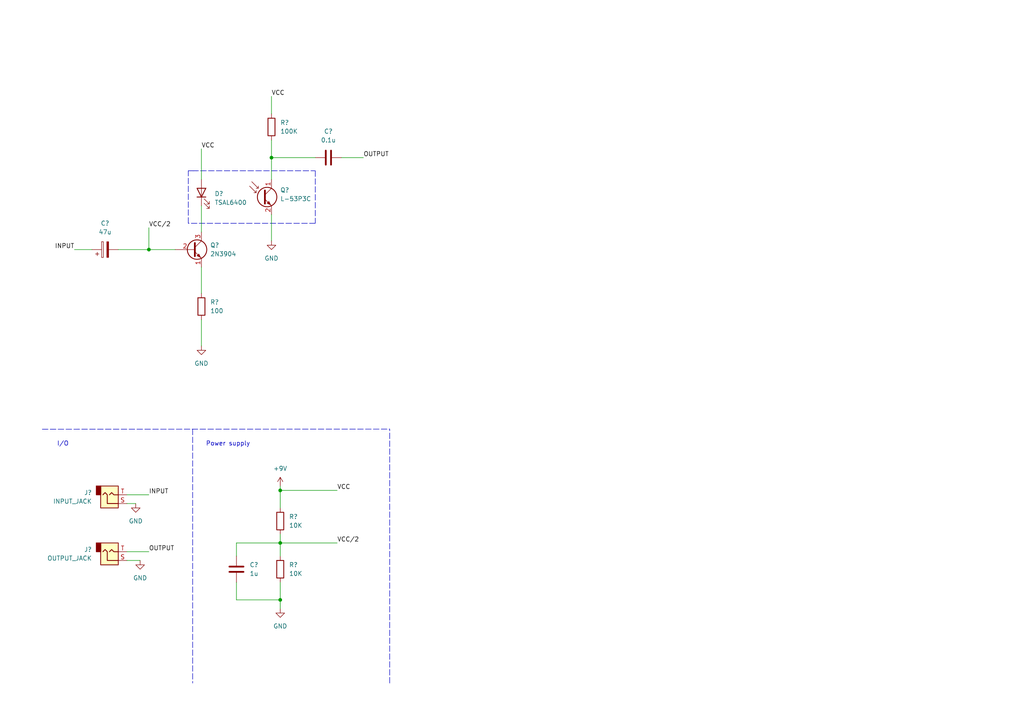
<source format=kicad_sch>
(kicad_sch (version 20211123) (generator eeschema)

  (uuid 1b7a2244-80f9-429a-8369-f96a600ac6b2)

  (paper "A4")

  (title_block
    (title "Optical transmission")
    (date "2022-10-26")
  )

  (lib_symbols
    (symbol "Connector:AudioJack2" (in_bom yes) (on_board yes)
      (property "Reference" "J" (id 0) (at 0 8.89 0)
        (effects (font (size 1.27 1.27)))
      )
      (property "Value" "AudioJack2" (id 1) (at 0 6.35 0)
        (effects (font (size 1.27 1.27)))
      )
      (property "Footprint" "" (id 2) (at 0 0 0)
        (effects (font (size 1.27 1.27)) hide)
      )
      (property "Datasheet" "~" (id 3) (at 0 0 0)
        (effects (font (size 1.27 1.27)) hide)
      )
      (property "ki_keywords" "audio jack receptacle mono phone headphone TS connector" (id 4) (at 0 0 0)
        (effects (font (size 1.27 1.27)) hide)
      )
      (property "ki_description" "Audio Jack, 2 Poles (Mono / TS)" (id 5) (at 0 0 0)
        (effects (font (size 1.27 1.27)) hide)
      )
      (property "ki_fp_filters" "Jack*" (id 6) (at 0 0 0)
        (effects (font (size 1.27 1.27)) hide)
      )
      (symbol "AudioJack2_0_1"
        (rectangle (start -3.81 0) (end -2.54 -2.54)
          (stroke (width 0.254) (type default) (color 0 0 0 0))
          (fill (type outline))
        )
        (rectangle (start -2.54 3.81) (end 2.54 -2.54)
          (stroke (width 0.254) (type default) (color 0 0 0 0))
          (fill (type background))
        )
        (polyline
          (pts
            (xy 0 0)
            (xy 0.635 -0.635)
            (xy 1.27 0)
            (xy 2.54 0)
          )
          (stroke (width 0.254) (type default) (color 0 0 0 0))
          (fill (type none))
        )
        (polyline
          (pts
            (xy 2.54 2.54)
            (xy -0.635 2.54)
            (xy -0.635 0)
            (xy -1.27 -0.635)
            (xy -1.905 0)
          )
          (stroke (width 0.254) (type default) (color 0 0 0 0))
          (fill (type none))
        )
      )
      (symbol "AudioJack2_1_1"
        (pin passive line (at 5.08 2.54 180) (length 2.54)
          (name "~" (effects (font (size 1.27 1.27))))
          (number "S" (effects (font (size 1.27 1.27))))
        )
        (pin passive line (at 5.08 0 180) (length 2.54)
          (name "~" (effects (font (size 1.27 1.27))))
          (number "T" (effects (font (size 1.27 1.27))))
        )
      )
    )
    (symbol "Device:C" (pin_numbers hide) (pin_names (offset 0.254)) (in_bom yes) (on_board yes)
      (property "Reference" "C" (id 0) (at 0.635 2.54 0)
        (effects (font (size 1.27 1.27)) (justify left))
      )
      (property "Value" "C" (id 1) (at 0.635 -2.54 0)
        (effects (font (size 1.27 1.27)) (justify left))
      )
      (property "Footprint" "" (id 2) (at 0.9652 -3.81 0)
        (effects (font (size 1.27 1.27)) hide)
      )
      (property "Datasheet" "~" (id 3) (at 0 0 0)
        (effects (font (size 1.27 1.27)) hide)
      )
      (property "ki_keywords" "cap capacitor" (id 4) (at 0 0 0)
        (effects (font (size 1.27 1.27)) hide)
      )
      (property "ki_description" "Unpolarized capacitor" (id 5) (at 0 0 0)
        (effects (font (size 1.27 1.27)) hide)
      )
      (property "ki_fp_filters" "C_*" (id 6) (at 0 0 0)
        (effects (font (size 1.27 1.27)) hide)
      )
      (symbol "C_0_1"
        (polyline
          (pts
            (xy -2.032 -0.762)
            (xy 2.032 -0.762)
          )
          (stroke (width 0.508) (type default) (color 0 0 0 0))
          (fill (type none))
        )
        (polyline
          (pts
            (xy -2.032 0.762)
            (xy 2.032 0.762)
          )
          (stroke (width 0.508) (type default) (color 0 0 0 0))
          (fill (type none))
        )
      )
      (symbol "C_1_1"
        (pin passive line (at 0 3.81 270) (length 2.794)
          (name "~" (effects (font (size 1.27 1.27))))
          (number "1" (effects (font (size 1.27 1.27))))
        )
        (pin passive line (at 0 -3.81 90) (length 2.794)
          (name "~" (effects (font (size 1.27 1.27))))
          (number "2" (effects (font (size 1.27 1.27))))
        )
      )
    )
    (symbol "Device:C_Polarized" (pin_numbers hide) (pin_names (offset 0.254)) (in_bom yes) (on_board yes)
      (property "Reference" "C" (id 0) (at 0.635 2.54 0)
        (effects (font (size 1.27 1.27)) (justify left))
      )
      (property "Value" "C_Polarized" (id 1) (at 0.635 -2.54 0)
        (effects (font (size 1.27 1.27)) (justify left))
      )
      (property "Footprint" "" (id 2) (at 0.9652 -3.81 0)
        (effects (font (size 1.27 1.27)) hide)
      )
      (property "Datasheet" "~" (id 3) (at 0 0 0)
        (effects (font (size 1.27 1.27)) hide)
      )
      (property "ki_keywords" "cap capacitor" (id 4) (at 0 0 0)
        (effects (font (size 1.27 1.27)) hide)
      )
      (property "ki_description" "Polarized capacitor" (id 5) (at 0 0 0)
        (effects (font (size 1.27 1.27)) hide)
      )
      (property "ki_fp_filters" "CP_*" (id 6) (at 0 0 0)
        (effects (font (size 1.27 1.27)) hide)
      )
      (symbol "C_Polarized_0_1"
        (rectangle (start -2.286 0.508) (end 2.286 1.016)
          (stroke (width 0) (type default) (color 0 0 0 0))
          (fill (type none))
        )
        (polyline
          (pts
            (xy -1.778 2.286)
            (xy -0.762 2.286)
          )
          (stroke (width 0) (type default) (color 0 0 0 0))
          (fill (type none))
        )
        (polyline
          (pts
            (xy -1.27 2.794)
            (xy -1.27 1.778)
          )
          (stroke (width 0) (type default) (color 0 0 0 0))
          (fill (type none))
        )
        (rectangle (start 2.286 -0.508) (end -2.286 -1.016)
          (stroke (width 0) (type default) (color 0 0 0 0))
          (fill (type outline))
        )
      )
      (symbol "C_Polarized_1_1"
        (pin passive line (at 0 3.81 270) (length 2.794)
          (name "~" (effects (font (size 1.27 1.27))))
          (number "1" (effects (font (size 1.27 1.27))))
        )
        (pin passive line (at 0 -3.81 90) (length 2.794)
          (name "~" (effects (font (size 1.27 1.27))))
          (number "2" (effects (font (size 1.27 1.27))))
        )
      )
    )
    (symbol "Device:LED" (pin_numbers hide) (pin_names (offset 1.016) hide) (in_bom yes) (on_board yes)
      (property "Reference" "D" (id 0) (at 0 2.54 0)
        (effects (font (size 1.27 1.27)))
      )
      (property "Value" "LED" (id 1) (at 0 -2.54 0)
        (effects (font (size 1.27 1.27)))
      )
      (property "Footprint" "" (id 2) (at 0 0 0)
        (effects (font (size 1.27 1.27)) hide)
      )
      (property "Datasheet" "~" (id 3) (at 0 0 0)
        (effects (font (size 1.27 1.27)) hide)
      )
      (property "ki_keywords" "LED diode" (id 4) (at 0 0 0)
        (effects (font (size 1.27 1.27)) hide)
      )
      (property "ki_description" "Light emitting diode" (id 5) (at 0 0 0)
        (effects (font (size 1.27 1.27)) hide)
      )
      (property "ki_fp_filters" "LED* LED_SMD:* LED_THT:*" (id 6) (at 0 0 0)
        (effects (font (size 1.27 1.27)) hide)
      )
      (symbol "LED_0_1"
        (polyline
          (pts
            (xy -1.27 -1.27)
            (xy -1.27 1.27)
          )
          (stroke (width 0.254) (type default) (color 0 0 0 0))
          (fill (type none))
        )
        (polyline
          (pts
            (xy -1.27 0)
            (xy 1.27 0)
          )
          (stroke (width 0) (type default) (color 0 0 0 0))
          (fill (type none))
        )
        (polyline
          (pts
            (xy 1.27 -1.27)
            (xy 1.27 1.27)
            (xy -1.27 0)
            (xy 1.27 -1.27)
          )
          (stroke (width 0.254) (type default) (color 0 0 0 0))
          (fill (type none))
        )
        (polyline
          (pts
            (xy -3.048 -0.762)
            (xy -4.572 -2.286)
            (xy -3.81 -2.286)
            (xy -4.572 -2.286)
            (xy -4.572 -1.524)
          )
          (stroke (width 0) (type default) (color 0 0 0 0))
          (fill (type none))
        )
        (polyline
          (pts
            (xy -1.778 -0.762)
            (xy -3.302 -2.286)
            (xy -2.54 -2.286)
            (xy -3.302 -2.286)
            (xy -3.302 -1.524)
          )
          (stroke (width 0) (type default) (color 0 0 0 0))
          (fill (type none))
        )
      )
      (symbol "LED_1_1"
        (pin passive line (at -3.81 0 0) (length 2.54)
          (name "K" (effects (font (size 1.27 1.27))))
          (number "1" (effects (font (size 1.27 1.27))))
        )
        (pin passive line (at 3.81 0 180) (length 2.54)
          (name "A" (effects (font (size 1.27 1.27))))
          (number "2" (effects (font (size 1.27 1.27))))
        )
      )
    )
    (symbol "Device:Q_Photo_NPN" (pin_names (offset 0) hide) (in_bom yes) (on_board yes)
      (property "Reference" "Q" (id 0) (at 5.08 1.27 0)
        (effects (font (size 1.27 1.27)) (justify left))
      )
      (property "Value" "Q_Photo_NPN" (id 1) (at 5.08 -1.27 0)
        (effects (font (size 1.27 1.27)) (justify left))
      )
      (property "Footprint" "" (id 2) (at 5.08 2.54 0)
        (effects (font (size 1.27 1.27)) hide)
      )
      (property "Datasheet" "~" (id 3) (at 0 0 0)
        (effects (font (size 1.27 1.27)) hide)
      )
      (property "ki_keywords" "phototransistor NPN" (id 4) (at 0 0 0)
        (effects (font (size 1.27 1.27)) hide)
      )
      (property "ki_description" "NPN phototransistor, collector/emitter" (id 5) (at 0 0 0)
        (effects (font (size 1.27 1.27)) hide)
      )
      (symbol "Q_Photo_NPN_0_1"
        (polyline
          (pts
            (xy -1.905 1.27)
            (xy -2.54 1.27)
          )
          (stroke (width 0) (type default) (color 0 0 0 0))
          (fill (type none))
        )
        (polyline
          (pts
            (xy -1.27 2.54)
            (xy -1.905 2.54)
          )
          (stroke (width 0) (type default) (color 0 0 0 0))
          (fill (type none))
        )
        (polyline
          (pts
            (xy 0.635 0.635)
            (xy 2.54 2.54)
          )
          (stroke (width 0) (type default) (color 0 0 0 0))
          (fill (type none))
        )
        (polyline
          (pts
            (xy -3.81 3.175)
            (xy -1.905 1.27)
            (xy -1.905 1.905)
          )
          (stroke (width 0) (type default) (color 0 0 0 0))
          (fill (type none))
        )
        (polyline
          (pts
            (xy -3.175 4.445)
            (xy -1.27 2.54)
            (xy -1.27 3.175)
          )
          (stroke (width 0) (type default) (color 0 0 0 0))
          (fill (type none))
        )
        (polyline
          (pts
            (xy 0.635 -0.635)
            (xy 2.54 -2.54)
            (xy 2.54 -2.54)
          )
          (stroke (width 0) (type default) (color 0 0 0 0))
          (fill (type none))
        )
        (polyline
          (pts
            (xy 0.635 1.905)
            (xy 0.635 -1.905)
            (xy 0.635 -1.905)
          )
          (stroke (width 0.508) (type default) (color 0 0 0 0))
          (fill (type none))
        )
        (polyline
          (pts
            (xy 1.27 -1.778)
            (xy 1.778 -1.27)
            (xy 2.286 -2.286)
            (xy 1.27 -1.778)
            (xy 1.27 -1.778)
          )
          (stroke (width 0) (type default) (color 0 0 0 0))
          (fill (type outline))
        )
        (circle (center 1.27 0) (radius 2.8194)
          (stroke (width 0.254) (type default) (color 0 0 0 0))
          (fill (type none))
        )
      )
      (symbol "Q_Photo_NPN_1_1"
        (pin passive line (at 2.54 5.08 270) (length 2.54)
          (name "C" (effects (font (size 1.27 1.27))))
          (number "1" (effects (font (size 1.27 1.27))))
        )
        (pin passive line (at 2.54 -5.08 90) (length 2.54)
          (name "E" (effects (font (size 1.27 1.27))))
          (number "2" (effects (font (size 1.27 1.27))))
        )
      )
    )
    (symbol "Device:R" (pin_numbers hide) (pin_names (offset 0)) (in_bom yes) (on_board yes)
      (property "Reference" "R" (id 0) (at 2.032 0 90)
        (effects (font (size 1.27 1.27)))
      )
      (property "Value" "R" (id 1) (at 0 0 90)
        (effects (font (size 1.27 1.27)))
      )
      (property "Footprint" "" (id 2) (at -1.778 0 90)
        (effects (font (size 1.27 1.27)) hide)
      )
      (property "Datasheet" "~" (id 3) (at 0 0 0)
        (effects (font (size 1.27 1.27)) hide)
      )
      (property "ki_keywords" "R res resistor" (id 4) (at 0 0 0)
        (effects (font (size 1.27 1.27)) hide)
      )
      (property "ki_description" "Resistor" (id 5) (at 0 0 0)
        (effects (font (size 1.27 1.27)) hide)
      )
      (property "ki_fp_filters" "R_*" (id 6) (at 0 0 0)
        (effects (font (size 1.27 1.27)) hide)
      )
      (symbol "R_0_1"
        (rectangle (start -1.016 -2.54) (end 1.016 2.54)
          (stroke (width 0.254) (type default) (color 0 0 0 0))
          (fill (type none))
        )
      )
      (symbol "R_1_1"
        (pin passive line (at 0 3.81 270) (length 1.27)
          (name "~" (effects (font (size 1.27 1.27))))
          (number "1" (effects (font (size 1.27 1.27))))
        )
        (pin passive line (at 0 -3.81 90) (length 1.27)
          (name "~" (effects (font (size 1.27 1.27))))
          (number "2" (effects (font (size 1.27 1.27))))
        )
      )
    )
    (symbol "Transistor_BJT:2N3904" (pin_names (offset 0) hide) (in_bom yes) (on_board yes)
      (property "Reference" "Q" (id 0) (at 5.08 1.905 0)
        (effects (font (size 1.27 1.27)) (justify left))
      )
      (property "Value" "2N3904" (id 1) (at 5.08 0 0)
        (effects (font (size 1.27 1.27)) (justify left))
      )
      (property "Footprint" "Package_TO_SOT_THT:TO-92_Inline" (id 2) (at 5.08 -1.905 0)
        (effects (font (size 1.27 1.27) italic) (justify left) hide)
      )
      (property "Datasheet" "https://www.onsemi.com/pub/Collateral/2N3903-D.PDF" (id 3) (at 0 0 0)
        (effects (font (size 1.27 1.27)) (justify left) hide)
      )
      (property "ki_keywords" "NPN Transistor" (id 4) (at 0 0 0)
        (effects (font (size 1.27 1.27)) hide)
      )
      (property "ki_description" "0.2A Ic, 40V Vce, Small Signal NPN Transistor, TO-92" (id 5) (at 0 0 0)
        (effects (font (size 1.27 1.27)) hide)
      )
      (property "ki_fp_filters" "TO?92*" (id 6) (at 0 0 0)
        (effects (font (size 1.27 1.27)) hide)
      )
      (symbol "2N3904_0_1"
        (polyline
          (pts
            (xy 0.635 0.635)
            (xy 2.54 2.54)
          )
          (stroke (width 0) (type default) (color 0 0 0 0))
          (fill (type none))
        )
        (polyline
          (pts
            (xy 0.635 -0.635)
            (xy 2.54 -2.54)
            (xy 2.54 -2.54)
          )
          (stroke (width 0) (type default) (color 0 0 0 0))
          (fill (type none))
        )
        (polyline
          (pts
            (xy 0.635 1.905)
            (xy 0.635 -1.905)
            (xy 0.635 -1.905)
          )
          (stroke (width 0.508) (type default) (color 0 0 0 0))
          (fill (type none))
        )
        (polyline
          (pts
            (xy 1.27 -1.778)
            (xy 1.778 -1.27)
            (xy 2.286 -2.286)
            (xy 1.27 -1.778)
            (xy 1.27 -1.778)
          )
          (stroke (width 0) (type default) (color 0 0 0 0))
          (fill (type outline))
        )
        (circle (center 1.27 0) (radius 2.8194)
          (stroke (width 0.254) (type default) (color 0 0 0 0))
          (fill (type none))
        )
      )
      (symbol "2N3904_1_1"
        (pin passive line (at 2.54 -5.08 90) (length 2.54)
          (name "E" (effects (font (size 1.27 1.27))))
          (number "1" (effects (font (size 1.27 1.27))))
        )
        (pin passive line (at -5.08 0 0) (length 5.715)
          (name "B" (effects (font (size 1.27 1.27))))
          (number "2" (effects (font (size 1.27 1.27))))
        )
        (pin passive line (at 2.54 5.08 270) (length 2.54)
          (name "C" (effects (font (size 1.27 1.27))))
          (number "3" (effects (font (size 1.27 1.27))))
        )
      )
    )
    (symbol "power:+9V" (power) (pin_names (offset 0)) (in_bom yes) (on_board yes)
      (property "Reference" "#PWR" (id 0) (at 0 -3.81 0)
        (effects (font (size 1.27 1.27)) hide)
      )
      (property "Value" "+9V" (id 1) (at 0 3.556 0)
        (effects (font (size 1.27 1.27)))
      )
      (property "Footprint" "" (id 2) (at 0 0 0)
        (effects (font (size 1.27 1.27)) hide)
      )
      (property "Datasheet" "" (id 3) (at 0 0 0)
        (effects (font (size 1.27 1.27)) hide)
      )
      (property "ki_keywords" "power-flag" (id 4) (at 0 0 0)
        (effects (font (size 1.27 1.27)) hide)
      )
      (property "ki_description" "Power symbol creates a global label with name \"+9V\"" (id 5) (at 0 0 0)
        (effects (font (size 1.27 1.27)) hide)
      )
      (symbol "+9V_0_1"
        (polyline
          (pts
            (xy -0.762 1.27)
            (xy 0 2.54)
          )
          (stroke (width 0) (type default) (color 0 0 0 0))
          (fill (type none))
        )
        (polyline
          (pts
            (xy 0 0)
            (xy 0 2.54)
          )
          (stroke (width 0) (type default) (color 0 0 0 0))
          (fill (type none))
        )
        (polyline
          (pts
            (xy 0 2.54)
            (xy 0.762 1.27)
          )
          (stroke (width 0) (type default) (color 0 0 0 0))
          (fill (type none))
        )
      )
      (symbol "+9V_1_1"
        (pin power_in line (at 0 0 90) (length 0) hide
          (name "+9V" (effects (font (size 1.27 1.27))))
          (number "1" (effects (font (size 1.27 1.27))))
        )
      )
    )
    (symbol "power:GND" (power) (pin_names (offset 0)) (in_bom yes) (on_board yes)
      (property "Reference" "#PWR" (id 0) (at 0 -6.35 0)
        (effects (font (size 1.27 1.27)) hide)
      )
      (property "Value" "GND" (id 1) (at 0 -3.81 0)
        (effects (font (size 1.27 1.27)))
      )
      (property "Footprint" "" (id 2) (at 0 0 0)
        (effects (font (size 1.27 1.27)) hide)
      )
      (property "Datasheet" "" (id 3) (at 0 0 0)
        (effects (font (size 1.27 1.27)) hide)
      )
      (property "ki_keywords" "power-flag" (id 4) (at 0 0 0)
        (effects (font (size 1.27 1.27)) hide)
      )
      (property "ki_description" "Power symbol creates a global label with name \"GND\" , ground" (id 5) (at 0 0 0)
        (effects (font (size 1.27 1.27)) hide)
      )
      (symbol "GND_0_1"
        (polyline
          (pts
            (xy 0 0)
            (xy 0 -1.27)
            (xy 1.27 -1.27)
            (xy 0 -2.54)
            (xy -1.27 -1.27)
            (xy 0 -1.27)
          )
          (stroke (width 0) (type default) (color 0 0 0 0))
          (fill (type none))
        )
      )
      (symbol "GND_1_1"
        (pin power_in line (at 0 0 270) (length 0) hide
          (name "GND" (effects (font (size 1.27 1.27))))
          (number "1" (effects (font (size 1.27 1.27))))
        )
      )
    )
  )

  (junction (at 81.28 157.48) (diameter 0) (color 0 0 0 0)
    (uuid 30b53f70-fa94-4ad4-add6-d12330c2b6c6)
  )
  (junction (at 43.18 72.39) (diameter 0) (color 0 0 0 0)
    (uuid ab8bcb10-7b8a-4522-8bf1-d739814e38b4)
  )
  (junction (at 78.74 45.72) (diameter 0) (color 0 0 0 0)
    (uuid c6cd5a97-d7e0-4bef-8c7a-bfb7f26a8814)
  )
  (junction (at 81.28 142.24) (diameter 0) (color 0 0 0 0)
    (uuid d3ec93a8-57b1-414f-aa4d-0b6d03412c75)
  )
  (junction (at 81.28 173.99) (diameter 0) (color 0 0 0 0)
    (uuid db1b959e-5e3a-4072-98e3-aaa741597cbc)
  )

  (wire (pts (xy 58.42 92.71) (xy 58.42 100.33))
    (stroke (width 0) (type default) (color 0 0 0 0))
    (uuid 079f1a27-6bd0-4419-8d64-6e167893d9a7)
  )
  (wire (pts (xy 81.28 154.94) (xy 81.28 157.48))
    (stroke (width 0) (type default) (color 0 0 0 0))
    (uuid 0880b600-7c12-4310-948c-2e31693316d1)
  )
  (polyline (pts (xy 55.88 49.53) (xy 91.44 49.53))
    (stroke (width 0) (type default) (color 0 0 0 0))
    (uuid 11fc5346-1172-4b3b-ba74-a6dab94ee785)
  )
  (polyline (pts (xy 55.88 124.46) (xy 55.88 198.12))
    (stroke (width 0) (type default) (color 0 0 0 0))
    (uuid 13ffe979-2952-4734-8f46-e60b66fd4a89)
  )

  (wire (pts (xy 68.58 161.29) (xy 68.58 157.48))
    (stroke (width 0) (type default) (color 0 0 0 0))
    (uuid 14c77ba1-4da5-416e-b049-8c16025a8b13)
  )
  (polyline (pts (xy 12.2675 124.4929) (xy 113.03 124.46))
    (stroke (width 0) (type default) (color 0 0 0 0))
    (uuid 16b48c7e-afd5-43c2-95bd-66153c30ef9e)
  )

  (wire (pts (xy 78.74 62.23) (xy 78.74 69.85))
    (stroke (width 0) (type default) (color 0 0 0 0))
    (uuid 17e58b6e-f2de-4906-95ab-d337256a7f9c)
  )
  (wire (pts (xy 78.74 45.72) (xy 78.74 52.07))
    (stroke (width 0) (type default) (color 0 0 0 0))
    (uuid 27946679-3b20-45dc-9768-64882c324f73)
  )
  (wire (pts (xy 68.58 173.99) (xy 68.58 168.91))
    (stroke (width 0) (type default) (color 0 0 0 0))
    (uuid 2c3d25fb-6442-491d-a4f6-ec321f355612)
  )
  (wire (pts (xy 43.18 72.39) (xy 43.18 66.04))
    (stroke (width 0) (type default) (color 0 0 0 0))
    (uuid 2ea1c37c-af29-4c8f-9894-46f57b22c44f)
  )
  (wire (pts (xy 68.58 157.48) (xy 81.28 157.48))
    (stroke (width 0) (type default) (color 0 0 0 0))
    (uuid 35a9e675-5595-4858-9cd4-cd8dd9b8f203)
  )
  (wire (pts (xy 58.42 59.69) (xy 58.42 67.31))
    (stroke (width 0) (type default) (color 0 0 0 0))
    (uuid 44ee8350-3819-40c7-b3e3-f26bb25debd7)
  )
  (wire (pts (xy 81.28 142.24) (xy 81.28 147.32))
    (stroke (width 0) (type default) (color 0 0 0 0))
    (uuid 45a91428-872a-4293-9c05-6603f82e22e0)
  )
  (wire (pts (xy 78.74 45.72) (xy 91.44 45.72))
    (stroke (width 0) (type default) (color 0 0 0 0))
    (uuid 46d4fdb3-5c3c-48f5-93b5-99c5efb5112a)
  )
  (wire (pts (xy 36.83 146.05) (xy 39.37 146.05))
    (stroke (width 0) (type default) (color 0 0 0 0))
    (uuid 4e9b9bef-5fda-4c85-af2b-463fee90e4f6)
  )
  (wire (pts (xy 21.59 72.39) (xy 26.67 72.39))
    (stroke (width 0) (type default) (color 0 0 0 0))
    (uuid 4ec66844-7efc-46ab-8c64-24718ee7908e)
  )
  (wire (pts (xy 105.41 45.72) (xy 99.06 45.72))
    (stroke (width 0) (type default) (color 0 0 0 0))
    (uuid 57f1fac2-7ab4-4802-9ddb-8bd8890a105e)
  )
  (wire (pts (xy 78.74 40.64) (xy 78.74 45.72))
    (stroke (width 0) (type default) (color 0 0 0 0))
    (uuid 5daa4cf2-0a12-4f1c-89f7-7897b9759d52)
  )
  (wire (pts (xy 43.18 72.39) (xy 50.8 72.39))
    (stroke (width 0) (type default) (color 0 0 0 0))
    (uuid 6c4966e7-9cbd-49e6-997c-3aa73b1a94c4)
  )
  (wire (pts (xy 81.28 142.24) (xy 97.79 142.24))
    (stroke (width 0) (type default) (color 0 0 0 0))
    (uuid 7142755c-5091-40aa-b0ca-8db9b67d4e12)
  )
  (polyline (pts (xy 91.44 49.53) (xy 91.44 64.77))
    (stroke (width 0) (type default) (color 0 0 0 0))
    (uuid 7497b09d-a9cc-4928-839a-350fcf8bbc8c)
  )

  (wire (pts (xy 43.18 160.02) (xy 36.83 160.02))
    (stroke (width 0) (type default) (color 0 0 0 0))
    (uuid 7c2a38c4-5f86-4fa1-88c5-b6844a361518)
  )
  (wire (pts (xy 81.28 157.48) (xy 97.79 157.48))
    (stroke (width 0) (type default) (color 0 0 0 0))
    (uuid 7c379ae2-b014-4dbd-9deb-d5b0315fce43)
  )
  (wire (pts (xy 81.28 157.48) (xy 81.28 161.29))
    (stroke (width 0) (type default) (color 0 0 0 0))
    (uuid 82e13df4-1e03-494b-8838-ed620e47c90b)
  )
  (wire (pts (xy 58.42 77.47) (xy 58.42 85.09))
    (stroke (width 0) (type default) (color 0 0 0 0))
    (uuid 870b74cd-8dc7-4730-b7d4-e3c61c46d888)
  )
  (wire (pts (xy 34.29 72.39) (xy 43.18 72.39))
    (stroke (width 0) (type default) (color 0 0 0 0))
    (uuid 87465021-b5a7-4df6-ae5a-7b385d2cbbaf)
  )
  (wire (pts (xy 81.28 140.97) (xy 81.28 142.24))
    (stroke (width 0) (type default) (color 0 0 0 0))
    (uuid 98062cbd-c0ef-4abe-baf0-c983d89c230d)
  )
  (wire (pts (xy 81.28 173.99) (xy 68.58 173.99))
    (stroke (width 0) (type default) (color 0 0 0 0))
    (uuid a1719fd5-9003-4641-aee6-b3b8c6ed8bdd)
  )
  (wire (pts (xy 81.28 168.91) (xy 81.28 173.99))
    (stroke (width 0) (type default) (color 0 0 0 0))
    (uuid a6302240-2655-4724-9f13-c77ec921bb7c)
  )
  (wire (pts (xy 81.28 173.99) (xy 81.28 176.53))
    (stroke (width 0) (type default) (color 0 0 0 0))
    (uuid a6af4a22-1160-4019-81d5-8368dfdd8eb6)
  )
  (wire (pts (xy 36.83 143.51) (xy 43.18 143.51))
    (stroke (width 0) (type default) (color 0 0 0 0))
    (uuid a8d96065-ef02-4bcc-9b7d-3e8dd0ad0434)
  )
  (wire (pts (xy 40.64 162.56) (xy 36.83 162.56))
    (stroke (width 0) (type default) (color 0 0 0 0))
    (uuid b85f8eaf-7a47-4dfb-ba0b-918385fe88e4)
  )
  (polyline (pts (xy 91.44 64.77) (xy 54.61 64.77))
    (stroke (width 0) (type default) (color 0 0 0 0))
    (uuid bda23426-9d44-4d34-80dc-a7aad7807acd)
  )
  (polyline (pts (xy 54.61 64.77) (xy 54.61 49.53))
    (stroke (width 0) (type default) (color 0 0 0 0))
    (uuid cca12bfa-0b7a-4d72-8c8e-d0f10b634129)
  )
  (polyline (pts (xy 54.61 49.53) (xy 57.15 49.53))
    (stroke (width 0) (type default) (color 0 0 0 0))
    (uuid d299e07c-3fc0-45e1-ba45-2302494670eb)
  )
  (polyline (pts (xy 113.03 198.12) (xy 113.03 124.46))
    (stroke (width 0) (type default) (color 0 0 0 0))
    (uuid d464a423-2181-4126-952c-287792c8d0ac)
  )

  (wire (pts (xy 78.74 27.94) (xy 78.74 33.02))
    (stroke (width 0) (type default) (color 0 0 0 0))
    (uuid f6b95310-46f3-488f-9955-82b921b23ad4)
  )
  (wire (pts (xy 58.42 52.07) (xy 58.42 43.18))
    (stroke (width 0) (type default) (color 0 0 0 0))
    (uuid fb42d48e-bae9-4ca8-ae45-c422eee8567f)
  )

  (text "I/O" (at 16.51 129.54 0)
    (effects (font (size 1.27 1.27)) (justify left bottom))
    (uuid b0352b9c-0e4c-4bd1-976a-edab368c030b)
  )
  (text "Power supply\n" (at 59.69 129.54 0)
    (effects (font (size 1.27 1.27)) (justify left bottom))
    (uuid c0aaedf9-7c9e-44cc-a9b8-6231057aa63f)
  )

  (label "VCC" (at 58.42 43.18 0)
    (effects (font (size 1.27 1.27)) (justify left bottom))
    (uuid 11c949aa-f3ff-4b3c-a9e6-b94e7528eb26)
  )
  (label "OUTPUT" (at 43.18 160.02 0)
    (effects (font (size 1.27 1.27)) (justify left bottom))
    (uuid 30f378de-55d5-453a-b034-91a658b6016b)
  )
  (label "INPUT" (at 43.18 143.51 0)
    (effects (font (size 1.27 1.27)) (justify left bottom))
    (uuid 360430b4-3b4d-49a2-b27f-cacbb5d4162f)
  )
  (label "VCC{slash}2" (at 97.79 157.48 0)
    (effects (font (size 1.27 1.27)) (justify left bottom))
    (uuid 3e8ef360-77c7-4b03-b6e2-d287d16aeb48)
  )
  (label "VCC" (at 78.74 27.94 0)
    (effects (font (size 1.27 1.27)) (justify left bottom))
    (uuid 69209cc5-2550-45ad-91f3-afec919b9ef0)
  )
  (label "VCC{slash}2" (at 43.18 66.04 0)
    (effects (font (size 1.27 1.27)) (justify left bottom))
    (uuid 7902589f-c243-4d3d-b72e-d5d5cd8132cb)
  )
  (label "VCC" (at 97.79 142.24 0)
    (effects (font (size 1.27 1.27)) (justify left bottom))
    (uuid 9f6e79bc-d78b-4884-80b5-408a1b1467e2)
  )
  (label "OUTPUT" (at 105.41 45.72 0)
    (effects (font (size 1.27 1.27)) (justify left bottom))
    (uuid ad4886cf-6469-4c29-acf6-42885b4b6e86)
  )
  (label "INPUT" (at 21.59 72.39 180)
    (effects (font (size 1.27 1.27)) (justify right bottom))
    (uuid b9c80b0c-7106-432e-bebc-63ff3fb8b6f2)
  )

  (symbol (lib_id "Device:LED") (at 58.42 55.88 90) (unit 1)
    (in_bom yes) (on_board yes) (fields_autoplaced)
    (uuid 01711cf6-c345-4456-b15b-7b284d481fab)
    (property "Reference" "D?" (id 0) (at 62.23 56.1974 90)
      (effects (font (size 1.27 1.27)) (justify right))
    )
    (property "Value" "TSAL6400" (id 1) (at 62.23 58.7374 90)
      (effects (font (size 1.27 1.27)) (justify right))
    )
    (property "Footprint" "" (id 2) (at 58.42 55.88 0)
      (effects (font (size 1.27 1.27)) hide)
    )
    (property "Datasheet" "~" (id 3) (at 58.42 55.88 0)
      (effects (font (size 1.27 1.27)) hide)
    )
    (pin "1" (uuid bea246cb-ea4e-4778-a0ea-19bbfc7eb0a4))
    (pin "2" (uuid 8dc8d0a4-7cf8-46a7-aa7b-6609f571ed66))
  )

  (symbol (lib_id "Device:C_Polarized") (at 30.48 72.39 90) (unit 1)
    (in_bom yes) (on_board yes) (fields_autoplaced)
    (uuid 1aedd471-f257-41fe-a3c8-47af481cc10a)
    (property "Reference" "C?" (id 0) (at 30.48 64.77 90))
    (property "Value" "47u" (id 1) (at 30.48 67.31 90))
    (property "Footprint" "" (id 2) (at 34.29 71.4248 0)
      (effects (font (size 1.27 1.27)) hide)
    )
    (property "Datasheet" "~" (id 3) (at 30.48 72.39 0)
      (effects (font (size 1.27 1.27)) hide)
    )
    (pin "1" (uuid 7852a140-920b-4cad-8e88-05b45b2aede3))
    (pin "2" (uuid bfc006c9-e46c-4190-89d9-1f8f33b6d6fb))
  )

  (symbol (lib_id "Device:R") (at 81.28 151.13 0) (unit 1)
    (in_bom yes) (on_board yes) (fields_autoplaced)
    (uuid 1e598a4e-9196-43f2-b632-b4a9af2b8926)
    (property "Reference" "R?" (id 0) (at 83.82 149.8599 0)
      (effects (font (size 1.27 1.27)) (justify left))
    )
    (property "Value" "10K" (id 1) (at 83.82 152.3999 0)
      (effects (font (size 1.27 1.27)) (justify left))
    )
    (property "Footprint" "" (id 2) (at 79.502 151.13 90)
      (effects (font (size 1.27 1.27)) hide)
    )
    (property "Datasheet" "~" (id 3) (at 81.28 151.13 0)
      (effects (font (size 1.27 1.27)) hide)
    )
    (pin "1" (uuid 441bd9a4-40c3-48bc-b84b-abb788c18621))
    (pin "2" (uuid 649378c3-82ae-4bc3-a875-5b162759d804))
  )

  (symbol (lib_id "power:+9V") (at 81.28 140.97 0) (unit 1)
    (in_bom yes) (on_board yes) (fields_autoplaced)
    (uuid 32594836-dd1a-4d07-ba16-2660ee7b956e)
    (property "Reference" "#PWR?" (id 0) (at 81.28 144.78 0)
      (effects (font (size 1.27 1.27)) hide)
    )
    (property "Value" "+9V" (id 1) (at 81.28 135.89 0))
    (property "Footprint" "" (id 2) (at 81.28 140.97 0)
      (effects (font (size 1.27 1.27)) hide)
    )
    (property "Datasheet" "" (id 3) (at 81.28 140.97 0)
      (effects (font (size 1.27 1.27)) hide)
    )
    (pin "1" (uuid 84dc4f83-21b3-4b3c-9cd4-322ff0bbbcd6))
  )

  (symbol (lib_id "Device:C") (at 95.25 45.72 90) (unit 1)
    (in_bom yes) (on_board yes) (fields_autoplaced)
    (uuid 3c45b7c8-e1ea-4032-979b-f401533f201c)
    (property "Reference" "C?" (id 0) (at 95.25 38.1 90))
    (property "Value" "0.1u" (id 1) (at 95.25 40.64 90))
    (property "Footprint" "" (id 2) (at 99.06 44.7548 0)
      (effects (font (size 1.27 1.27)) hide)
    )
    (property "Datasheet" "~" (id 3) (at 95.25 45.72 0)
      (effects (font (size 1.27 1.27)) hide)
    )
    (pin "1" (uuid ea5625c7-206c-47b2-990b-6effa7aba339))
    (pin "2" (uuid 44eea284-b176-4ac1-993b-b4ac3b4d8ad6))
  )

  (symbol (lib_id "Device:R") (at 81.28 165.1 0) (unit 1)
    (in_bom yes) (on_board yes) (fields_autoplaced)
    (uuid 3f06f6db-bcc1-4861-b334-68e4cecc8117)
    (property "Reference" "R?" (id 0) (at 83.82 163.8299 0)
      (effects (font (size 1.27 1.27)) (justify left))
    )
    (property "Value" "10K" (id 1) (at 83.82 166.3699 0)
      (effects (font (size 1.27 1.27)) (justify left))
    )
    (property "Footprint" "" (id 2) (at 79.502 165.1 90)
      (effects (font (size 1.27 1.27)) hide)
    )
    (property "Datasheet" "~" (id 3) (at 81.28 165.1 0)
      (effects (font (size 1.27 1.27)) hide)
    )
    (pin "1" (uuid dfe03c70-9f73-4731-8be1-4c65a816c651))
    (pin "2" (uuid 23c0ad1b-226a-4b2e-a414-e18a10e990ec))
  )

  (symbol (lib_id "power:GND") (at 40.64 162.56 0) (mirror y) (unit 1)
    (in_bom yes) (on_board yes) (fields_autoplaced)
    (uuid 3f9a9e33-101f-4efb-982a-5e0f6e41767e)
    (property "Reference" "#PWR?" (id 0) (at 40.64 168.91 0)
      (effects (font (size 1.27 1.27)) hide)
    )
    (property "Value" "GND" (id 1) (at 40.64 167.64 0))
    (property "Footprint" "" (id 2) (at 40.64 162.56 0)
      (effects (font (size 1.27 1.27)) hide)
    )
    (property "Datasheet" "" (id 3) (at 40.64 162.56 0)
      (effects (font (size 1.27 1.27)) hide)
    )
    (pin "1" (uuid d5dfe41e-9e33-43ba-ad11-fa99bfbe7c69))
  )

  (symbol (lib_id "power:GND") (at 39.37 146.05 0) (unit 1)
    (in_bom yes) (on_board yes) (fields_autoplaced)
    (uuid 56de37ba-5ea1-4f42-aa0d-b6a0359e1d85)
    (property "Reference" "#PWR?" (id 0) (at 39.37 152.4 0)
      (effects (font (size 1.27 1.27)) hide)
    )
    (property "Value" "GND" (id 1) (at 39.37 151.13 0))
    (property "Footprint" "" (id 2) (at 39.37 146.05 0)
      (effects (font (size 1.27 1.27)) hide)
    )
    (property "Datasheet" "" (id 3) (at 39.37 146.05 0)
      (effects (font (size 1.27 1.27)) hide)
    )
    (pin "1" (uuid 960929f5-8578-40aa-abf9-2fa26f418ad1))
  )

  (symbol (lib_id "Connector:AudioJack2") (at 31.75 143.51 0) (mirror x) (unit 1)
    (in_bom yes) (on_board yes) (fields_autoplaced)
    (uuid 68976d93-95e4-49d4-8c51-87a2b94f80ab)
    (property "Reference" "J?" (id 0) (at 26.67 142.8749 0)
      (effects (font (size 1.27 1.27)) (justify right))
    )
    (property "Value" "INPUT_JACK" (id 1) (at 26.67 145.4149 0)
      (effects (font (size 1.27 1.27)) (justify right))
    )
    (property "Footprint" "" (id 2) (at 31.75 143.51 0)
      (effects (font (size 1.27 1.27)) hide)
    )
    (property "Datasheet" "~" (id 3) (at 31.75 143.51 0)
      (effects (font (size 1.27 1.27)) hide)
    )
    (pin "S" (uuid 9ad612c8-b282-4cee-a485-02123c00a1f8))
    (pin "T" (uuid 63ef3eb3-f482-465b-8d9c-e61aca008434))
  )

  (symbol (lib_id "Device:R") (at 58.42 88.9 0) (unit 1)
    (in_bom yes) (on_board yes) (fields_autoplaced)
    (uuid 81d683bd-ad24-4128-b5f0-9aa848008d29)
    (property "Reference" "R?" (id 0) (at 60.96 87.6299 0)
      (effects (font (size 1.27 1.27)) (justify left))
    )
    (property "Value" "100" (id 1) (at 60.96 90.1699 0)
      (effects (font (size 1.27 1.27)) (justify left))
    )
    (property "Footprint" "" (id 2) (at 56.642 88.9 90)
      (effects (font (size 1.27 1.27)) hide)
    )
    (property "Datasheet" "~" (id 3) (at 58.42 88.9 0)
      (effects (font (size 1.27 1.27)) hide)
    )
    (pin "1" (uuid 473b7cab-e48e-4088-aac4-eef45c391a69))
    (pin "2" (uuid 2fb9de0a-f7d4-4e49-ad87-f30825f7a1a6))
  )

  (symbol (lib_id "Connector:AudioJack2") (at 31.75 160.02 0) (mirror x) (unit 1)
    (in_bom yes) (on_board yes) (fields_autoplaced)
    (uuid 9f2918a6-b1be-450b-9e91-22261687092f)
    (property "Reference" "J?" (id 0) (at 26.67 159.3849 0)
      (effects (font (size 1.27 1.27)) (justify right))
    )
    (property "Value" "OUTPUT_JACK" (id 1) (at 26.67 161.9249 0)
      (effects (font (size 1.27 1.27)) (justify right))
    )
    (property "Footprint" "" (id 2) (at 31.75 160.02 0)
      (effects (font (size 1.27 1.27)) hide)
    )
    (property "Datasheet" "~" (id 3) (at 31.75 160.02 0)
      (effects (font (size 1.27 1.27)) hide)
    )
    (pin "S" (uuid 4c4c0319-f8c6-4698-8a2e-cff2c8a5709d))
    (pin "T" (uuid e2042ff5-f9d2-4a40-bfba-d7f686b662ae))
  )

  (symbol (lib_id "Device:C") (at 68.58 165.1 0) (unit 1)
    (in_bom yes) (on_board yes) (fields_autoplaced)
    (uuid a6e31983-59d2-4318-b852-f16630309eda)
    (property "Reference" "C?" (id 0) (at 72.39 163.8299 0)
      (effects (font (size 1.27 1.27)) (justify left))
    )
    (property "Value" "1u" (id 1) (at 72.39 166.3699 0)
      (effects (font (size 1.27 1.27)) (justify left))
    )
    (property "Footprint" "" (id 2) (at 69.5452 168.91 0)
      (effects (font (size 1.27 1.27)) hide)
    )
    (property "Datasheet" "~" (id 3) (at 68.58 165.1 0)
      (effects (font (size 1.27 1.27)) hide)
    )
    (pin "1" (uuid 78c0ba21-5d27-4a6c-8efd-188ab0dd3029))
    (pin "2" (uuid 43b15e9a-1bc3-499f-b952-66437540768a))
  )

  (symbol (lib_id "power:GND") (at 58.42 100.33 0) (unit 1)
    (in_bom yes) (on_board yes) (fields_autoplaced)
    (uuid b8741a34-906e-4834-89a0-9eaf000a7c8b)
    (property "Reference" "#PWR?" (id 0) (at 58.42 106.68 0)
      (effects (font (size 1.27 1.27)) hide)
    )
    (property "Value" "GND" (id 1) (at 58.42 105.41 0))
    (property "Footprint" "" (id 2) (at 58.42 100.33 0)
      (effects (font (size 1.27 1.27)) hide)
    )
    (property "Datasheet" "" (id 3) (at 58.42 100.33 0)
      (effects (font (size 1.27 1.27)) hide)
    )
    (pin "1" (uuid 3d190bb1-398f-4b2c-a858-6cc01d9cff72))
  )

  (symbol (lib_id "Transistor_BJT:2N3904") (at 55.88 72.39 0) (unit 1)
    (in_bom yes) (on_board yes) (fields_autoplaced)
    (uuid b9a5acfc-30f0-4f71-b412-abf90b9c58be)
    (property "Reference" "Q?" (id 0) (at 60.96 71.1199 0)
      (effects (font (size 1.27 1.27)) (justify left))
    )
    (property "Value" "2N3904" (id 1) (at 60.96 73.6599 0)
      (effects (font (size 1.27 1.27)) (justify left))
    )
    (property "Footprint" "Package_TO_SOT_THT:TO-92_Inline" (id 2) (at 60.96 74.295 0)
      (effects (font (size 1.27 1.27) italic) (justify left) hide)
    )
    (property "Datasheet" "https://www.onsemi.com/pub/Collateral/2N3903-D.PDF" (id 3) (at 55.88 72.39 0)
      (effects (font (size 1.27 1.27)) (justify left) hide)
    )
    (pin "1" (uuid 70948859-c688-43d2-b3b6-ca42dcdd0b29))
    (pin "2" (uuid 7ee8e1e4-d3ce-49d5-bebf-7ece2363a64c))
    (pin "3" (uuid 02c17c58-4f9b-4895-816f-ffe9a5b0829f))
  )

  (symbol (lib_id "power:GND") (at 81.28 176.53 0) (unit 1)
    (in_bom yes) (on_board yes) (fields_autoplaced)
    (uuid d116befd-39e6-4fc7-bf32-033742824ff8)
    (property "Reference" "#PWR?" (id 0) (at 81.28 182.88 0)
      (effects (font (size 1.27 1.27)) hide)
    )
    (property "Value" "GND" (id 1) (at 81.28 181.61 0))
    (property "Footprint" "" (id 2) (at 81.28 176.53 0)
      (effects (font (size 1.27 1.27)) hide)
    )
    (property "Datasheet" "" (id 3) (at 81.28 176.53 0)
      (effects (font (size 1.27 1.27)) hide)
    )
    (pin "1" (uuid 9e603126-b00e-4e76-8461-dd8ff0faaa37))
  )

  (symbol (lib_id "Device:R") (at 78.74 36.83 0) (unit 1)
    (in_bom yes) (on_board yes) (fields_autoplaced)
    (uuid d4960908-1fd5-4f66-a482-d103ea75116a)
    (property "Reference" "R?" (id 0) (at 81.28 35.5599 0)
      (effects (font (size 1.27 1.27)) (justify left))
    )
    (property "Value" "100K" (id 1) (at 81.28 38.0999 0)
      (effects (font (size 1.27 1.27)) (justify left))
    )
    (property "Footprint" "" (id 2) (at 76.962 36.83 90)
      (effects (font (size 1.27 1.27)) hide)
    )
    (property "Datasheet" "~" (id 3) (at 78.74 36.83 0)
      (effects (font (size 1.27 1.27)) hide)
    )
    (pin "1" (uuid 6b2f263a-56f5-4daf-a0b2-00dfbb08185e))
    (pin "2" (uuid ff0bbb9b-83e9-4ba4-b867-463f6cdaf00c))
  )

  (symbol (lib_id "Device:Q_Photo_NPN") (at 76.2 57.15 0) (unit 1)
    (in_bom yes) (on_board yes) (fields_autoplaced)
    (uuid fa0eb042-af9e-4e90-ac77-7959e9f81475)
    (property "Reference" "Q?" (id 0) (at 81.28 55.1306 0)
      (effects (font (size 1.27 1.27)) (justify left))
    )
    (property "Value" "L-53P3C" (id 1) (at 81.28 57.6706 0)
      (effects (font (size 1.27 1.27)) (justify left))
    )
    (property "Footprint" "" (id 2) (at 81.28 54.61 0)
      (effects (font (size 1.27 1.27)) hide)
    )
    (property "Datasheet" "~" (id 3) (at 76.2 57.15 0)
      (effects (font (size 1.27 1.27)) hide)
    )
    (pin "1" (uuid e719398c-f479-4d6e-af00-9338e273deec))
    (pin "2" (uuid 7a790d23-cfa6-42f6-acae-020468f9aab2))
  )

  (symbol (lib_id "power:GND") (at 78.74 69.85 0) (unit 1)
    (in_bom yes) (on_board yes) (fields_autoplaced)
    (uuid fc86642d-08c6-478f-b955-6b25819100b5)
    (property "Reference" "#PWR?" (id 0) (at 78.74 76.2 0)
      (effects (font (size 1.27 1.27)) hide)
    )
    (property "Value" "GND" (id 1) (at 78.74 74.93 0))
    (property "Footprint" "" (id 2) (at 78.74 69.85 0)
      (effects (font (size 1.27 1.27)) hide)
    )
    (property "Datasheet" "" (id 3) (at 78.74 69.85 0)
      (effects (font (size 1.27 1.27)) hide)
    )
    (pin "1" (uuid 89223c4b-cd04-43dc-9443-efb6ab00aa0e))
  )

  (sheet_instances
    (path "/" (page "1"))
  )

  (symbol_instances
    (path "/32594836-dd1a-4d07-ba16-2660ee7b956e"
      (reference "#PWR?") (unit 1) (value "+9V") (footprint "")
    )
    (path "/3f9a9e33-101f-4efb-982a-5e0f6e41767e"
      (reference "#PWR?") (unit 1) (value "GND") (footprint "")
    )
    (path "/56de37ba-5ea1-4f42-aa0d-b6a0359e1d85"
      (reference "#PWR?") (unit 1) (value "GND") (footprint "")
    )
    (path "/b8741a34-906e-4834-89a0-9eaf000a7c8b"
      (reference "#PWR?") (unit 1) (value "GND") (footprint "")
    )
    (path "/d116befd-39e6-4fc7-bf32-033742824ff8"
      (reference "#PWR?") (unit 1) (value "GND") (footprint "")
    )
    (path "/fc86642d-08c6-478f-b955-6b25819100b5"
      (reference "#PWR?") (unit 1) (value "GND") (footprint "")
    )
    (path "/1aedd471-f257-41fe-a3c8-47af481cc10a"
      (reference "C?") (unit 1) (value "47u") (footprint "")
    )
    (path "/3c45b7c8-e1ea-4032-979b-f401533f201c"
      (reference "C?") (unit 1) (value "0.1u") (footprint "")
    )
    (path "/a6e31983-59d2-4318-b852-f16630309eda"
      (reference "C?") (unit 1) (value "1u") (footprint "")
    )
    (path "/01711cf6-c345-4456-b15b-7b284d481fab"
      (reference "D?") (unit 1) (value "TSAL6400") (footprint "")
    )
    (path "/68976d93-95e4-49d4-8c51-87a2b94f80ab"
      (reference "J?") (unit 1) (value "INPUT_JACK") (footprint "")
    )
    (path "/9f2918a6-b1be-450b-9e91-22261687092f"
      (reference "J?") (unit 1) (value "OUTPUT_JACK") (footprint "")
    )
    (path "/b9a5acfc-30f0-4f71-b412-abf90b9c58be"
      (reference "Q?") (unit 1) (value "2N3904") (footprint "Package_TO_SOT_THT:TO-92_Inline")
    )
    (path "/fa0eb042-af9e-4e90-ac77-7959e9f81475"
      (reference "Q?") (unit 1) (value "L-53P3C") (footprint "")
    )
    (path "/1e598a4e-9196-43f2-b632-b4a9af2b8926"
      (reference "R?") (unit 1) (value "10K") (footprint "")
    )
    (path "/3f06f6db-bcc1-4861-b334-68e4cecc8117"
      (reference "R?") (unit 1) (value "10K") (footprint "")
    )
    (path "/81d683bd-ad24-4128-b5f0-9aa848008d29"
      (reference "R?") (unit 1) (value "100") (footprint "")
    )
    (path "/d4960908-1fd5-4f66-a482-d103ea75116a"
      (reference "R?") (unit 1) (value "100K") (footprint "")
    )
  )
)

</source>
